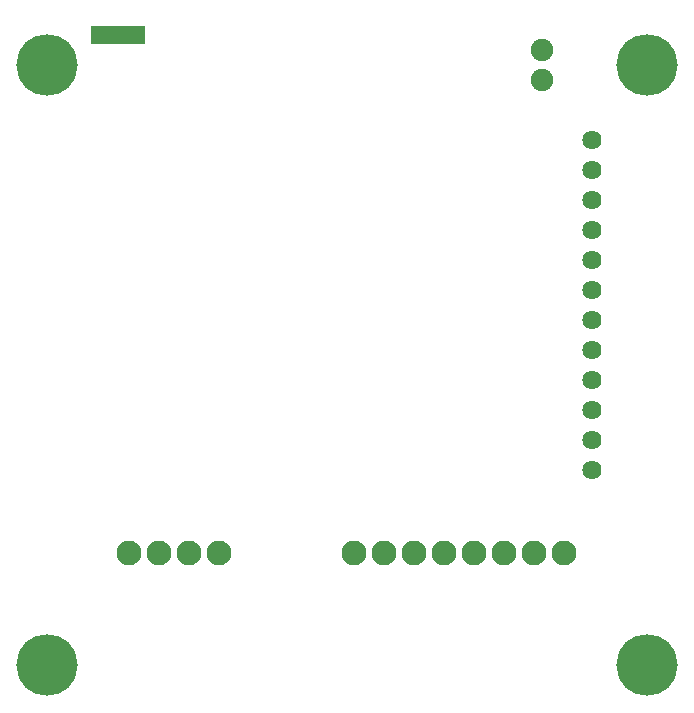
<source format=gbs>
G04 Layer: BottomSolderMaskLayer*
G04 Panelize: , Column: 2, Row: 2, Board Size: 58.42mm x 58.42mm, Panelized Board Size: 118.84mm x 118.84mm*
G04 EasyEDA v6.5.34, 2023-08-21 18:11:39*
G04 65339524c9c04168860851439bfcdcf3,5a6b42c53f6a479593ecc07194224c93,10*
G04 Gerber Generator version 0.2*
G04 Scale: 100 percent, Rotated: No, Reflected: No *
G04 Dimensions in millimeters *
G04 leading zeros omitted , absolute positions ,4 integer and 5 decimal *
%FSLAX45Y45*%
%MOMM*%

%ADD10C,5.2032*%
%ADD11C,2.1016*%
%ADD12C,1.9016*%
%ADD13C,1.6256*%

%LPD*%
D10*
G01*
X381000Y5461000D03*
G01*
X5461000Y5461000D03*
G01*
X5461000Y381000D03*
G01*
X381000Y381000D03*
D11*
G01*
X4759706Y1329893D03*
G01*
X4505706Y1329893D03*
G01*
X4251706Y1329893D03*
G01*
X3997706Y1329893D03*
G01*
X3743706Y1329893D03*
G01*
X3489706Y1329893D03*
G01*
X3235706Y1329893D03*
G01*
X2981706Y1329893D03*
D12*
G01*
X4572000Y5588000D03*
G01*
X4572000Y5334000D03*
D11*
G01*
X1835099Y1329918D03*
G01*
X1581099Y1329918D03*
G01*
X1327099Y1329918D03*
G01*
X1073099Y1329918D03*
D13*
G01*
X4991100Y2540000D03*
G01*
X4991100Y2032000D03*
G01*
X4991100Y2286000D03*
G01*
X4991100Y2794000D03*
G01*
X4991100Y3048000D03*
G01*
X4991100Y3302000D03*
G01*
X4991100Y3556000D03*
G01*
X4991100Y3810000D03*
G01*
X4991100Y4064000D03*
G01*
X4991100Y4318000D03*
G01*
X4991100Y4826000D03*
G01*
X4991100Y4572000D03*
G36*
X749300Y5791200D02*
G01*
X1206500Y5791200D01*
X1206500Y5638800D01*
X749300Y5638800D01*
G37*
M02*

</source>
